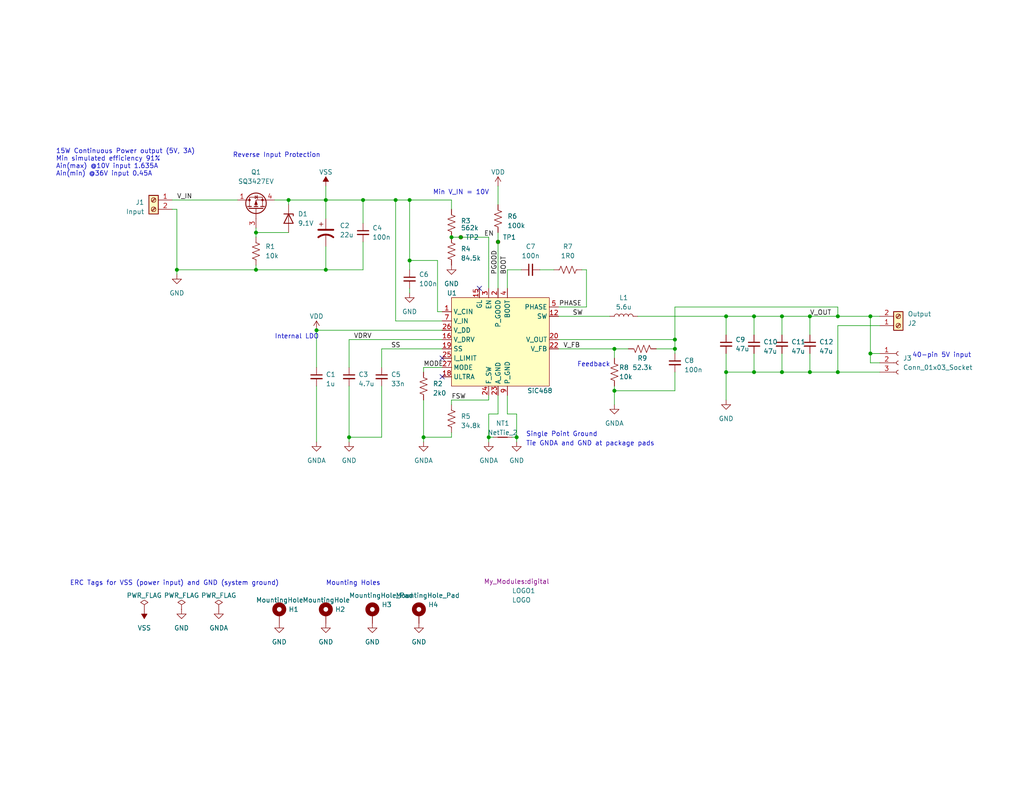
<source format=kicad_sch>
(kicad_sch (version 20230121) (generator eeschema)
  (paper "USLetter")
  (title_block (title "SiC468 Schematic") (date "2023-04-20") (rev "1") (company "DigitalREP"))
  (lib_symbols
    (symbol "Connector:Conn_01x03_Socket" (pin_names (offset 1.016) hide)
      (property "Reference" "J" (at 0 5.08 0))
      (property "Value" "Conn_01x03_Socket" (at 0 -5.08 0))
      (symbol "Conn_01x03_Socket_1_1"
        (arc (start 0 -2.032) (mid -0.5058 -2.54) (end 0 -3.048) (stroke (width 0.1524)))
        (polyline (pts (xy -1.27 -2.54) (xy -0.508 -2.54)) (stroke (width 0.1524)))
        (polyline (pts (xy -1.27 0) (xy -0.508 0)) (stroke (width 0.1524)))
        (polyline (pts (xy -1.27 2.54) (xy -0.508 2.54)) (stroke (width 0.1524)))
        (arc (start 0 0.508) (mid -0.5058 0) (end 0 -0.508) (stroke (width 0.1524)))
        (arc (start 0 3.048) (mid -0.5058 2.54) (end 0 2.032) (stroke (width 0.1524)))
        (pin passive line (at -5.08 2.54 0) (length 3.81) (name "Pin_1") (number "1"))
        (pin passive line (at -5.08 0 0) (length 3.81) (name "Pin_2") (number "2"))
        (pin passive line (at -5.08 -2.54 0) (length 3.81) (name "Pin_3") (number "3"))
      )
    )
    (symbol "Connector:Screw_Terminal_01x02" (pin_names (offset 1.016) hide)
      (property "Reference" "J" (at 0 2.54 0))
      (property "Value" "Screw_Terminal_01x02" (at 0 -5.08 0))
      (symbol "Screw_Terminal_01x02_1_1"
        (rectangle (start -1.27 1.27) (end 1.27 -3.81) (stroke (width 0.254)) (fill (type background)))
        (circle (center 0 -2.54) (radius 0.635) (stroke (width 0.1524)))
        (polyline (pts (xy -0.5334 -2.2098) (xy 0.3302 -3.048)) (stroke (width 0.1524)))
        (polyline (pts (xy -0.5334 0.3302) (xy 0.3302 -0.508)) (stroke (width 0.1524)))
        (polyline (pts (xy -0.3556 -2.032) (xy 0.508 -2.8702)) (stroke (width 0.1524)))
        (polyline (pts (xy -0.3556 0.508) (xy 0.508 -0.3302)) (stroke (width 0.1524)))
        (circle (center 0 0) (radius 0.635) (stroke (width 0.1524)))
        (pin passive line (at -5.08 0 0) (length 3.81) (name "Pin_1") (number "1"))
        (pin passive line (at -5.08 -2.54 0) (length 3.81) (name "Pin_2") (number "2"))
      )
    )
    (symbol "Connector:TestPoint_Small" (pin_numbers hide) (pin_names (offset 0.762) hide)
      (property "Reference" "TP" (at 0 3.81 0))
      (property "Value" "TestPoint_Small" (at 0 2.032 0))
      (symbol "TestPoint_Small_0_1"
        (circle (center 0 0) (radius 0.508))
      )
      (symbol "TestPoint_Small_1_1"
        (pin passive line (at 0 0 90) (length 0) (name "1") (number "1"))
      )
    )
    (symbol "Device:C_Polarized_US" (pin_numbers hide) (pin_names (offset 0.254) hide)
      (property "Reference" "C" (at 0.635 2.54 0))
      (property "Value" "C_Polarized_US" (at 0.635 -2.54 0))
      (symbol "C_Polarized_US_0_1"
        (polyline (pts (xy -2.032 0.762) (xy 2.032 0.762)) (stroke (width 0.508)))
        (polyline (pts (xy -1.778 2.286) (xy -0.762 2.286)))
        (polyline (pts (xy -1.27 1.778) (xy -1.27 2.794)))
        (arc (start 2.032 -1.27) (mid 0 -0.5572) (end -2.032 -1.27) (stroke (width 0.508)))
      )
      (symbol "C_Polarized_US_1_1"
        (pin passive line (at 0 3.81 270) (length 2.794) (name "~") (number "1"))
        (pin passive line (at 0 -3.81 90) (length 3.302) (name "~") (number "2"))
      )
    )
    (symbol "Device:C_Small" (pin_numbers hide) (pin_names (offset 0.254) hide)
      (property "Reference" "C" (at 0.254 1.778 0))
      (property "Value" "C_Small" (at 0.254 -2.032 0))
      (symbol "C_Small_0_1"
        (polyline (pts (xy -1.524 -0.508) (xy 1.524 -0.508)) (stroke (width 0.3302)))
        (polyline (pts (xy -1.524 0.508) (xy 1.524 0.508)) (stroke (width 0.3048)))
      )
      (symbol "C_Small_1_1"
        (pin passive line (at 0 2.54 270) (length 2.032) (name "~") (number "1"))
        (pin passive line (at 0 -2.54 90) (length 2.032) (name "~") (number "2"))
      )
    )
    (symbol "Device:D_Zener" (pin_numbers hide) (pin_names (offset 1.016) hide)
      (property "Reference" "D" (at 0 2.54 0))
      (property "Value" "D_Zener" (at 0 -2.54 0))
      (symbol "D_Zener_0_1"
        (polyline (pts (xy 1.27 0) (xy -1.27 0)))
        (polyline (pts (xy -1.27 -1.27) (xy -1.27 1.27) (xy -0.762 1.27)) (stroke (width 0.254)))
        (polyline (pts (xy 1.27 -1.27) (xy 1.27 1.27) (xy -1.27 0) (xy 1.27 -1.27)) (stroke (width 0.254)))
      )
      (symbol "D_Zener_1_1"
        (pin passive line (at -3.81 0 0) (length 2.54) (name "K") (number "1"))
        (pin passive line (at 3.81 0 180) (length 2.54) (name "A") (number "2"))
      )
    )
    (symbol "Device:L" (pin_numbers hide) (pin_names (offset 1.016) hide)
      (property "Reference" "L" (at -1.27 0 90))
      (property "Value" "L" (at 1.905 0 90))
      (symbol "L_0_1"
        (arc (start 0 -2.54) (mid 0.6323 -1.905) (end 0 -1.27))
        (arc (start 0 -1.27) (mid 0.6323 -0.635) (end 0 0))
        (arc (start 0 0) (mid 0.6323 0.635) (end 0 1.27))
        (arc (start 0 1.27) (mid 0.6323 1.905) (end 0 2.54))
      )
      (symbol "L_1_1"
        (pin passive line (at 0 3.81 270) (length 1.27) (name "1") (number "1"))
        (pin passive line (at 0 -3.81 90) (length 1.27) (name "2") (number "2"))
      )
    )
    (symbol "Device:NetTie_2" (pin_numbers hide) (pin_names (offset 0) hide) (in_bom no)
      (property "Reference" "NT" (at 0 1.27 0))
      (property "Value" "NetTie_2" (at 0 -1.27 0))
      (symbol "NetTie_2_0_1"
        (polyline (pts (xy -1.27 0) (xy 1.27 0)) (stroke (width 0.254)))
      )
      (symbol "NetTie_2_1_1"
        (pin passive line (at -2.54 0 0) (length 2.54) (name "1") (number "1"))
        (pin passive line (at 2.54 0 180) (length 2.54) (name "2") (number "2"))
      )
    )
    (symbol "Device:R_US" (pin_numbers hide) (pin_names (offset 0))
      (property "Reference" "R" (at 2.54 0 90))
      (property "Value" "R_US" (at -2.54 0 90))
      (symbol "R_US_0_1"
        (polyline (pts (xy 0 -2.286) (xy 0 -2.54)))
        (polyline (pts (xy 0 2.286) (xy 0 2.54)))
        (polyline (pts (xy 0 -0.762) (xy 1.016 -1.143) (xy 0 -1.524) (xy -1.016 -1.905) (xy 0 -2.286)))
        (polyline (pts (xy 0 0.762) (xy 1.016 0.381) (xy 0 0) (xy -1.016 -0.381) (xy 0 -0.762)))
        (polyline (pts (xy 0 2.286) (xy 1.016 1.905) (xy 0 1.524) (xy -1.016 1.143) (xy 0 0.762)))
      )
      (symbol "R_US_1_1"
        (pin passive line (at 0 3.81 270) (length 1.27) (name "~") (number "1"))
        (pin passive line (at 0 -3.81 90) (length 1.27) (name "~") (number "2"))
      )
    )
    (symbol "Mechanical:MountingHole_Pad" (pin_numbers hide) (pin_names (offset 1.016) hide)
      (property "Reference" "H" (at 0 6.35 0))
      (property "Value" "MountingHole_Pad" (at 0 4.445 0))
      (symbol "MountingHole_Pad_0_1"
        (circle (center 0 1.27) (radius 1.27) (stroke (width 1.27)))
      )
      (symbol "MountingHole_Pad_1_1"
        (pin input line (at 0 -2.54 90) (length 2.54) (name "1") (number "1"))
      )
    )
    (symbol "My_Symbols:LOGO"
      (property "Reference" "LOGO" (at 0 0 0))
      (property "Value" "LOGO" (at 0 0 0))
    )
    (symbol "SiC468:SiC46x"
      (property "Reference" "U" (at 0 0 0))
      (property "Value" "SiC468" (at 10.16 -13.97 0))
      (symbol "SiC46x_0_0"
        (pin power_in line (at -15.24 7.62 0) (length 2.54) (name "V_CIN") (number "1"))
        (pin output line (at -5.08 13.97 270) (length 2.54) (name "GL") (number "15"))
        (pin open_emitter line (at 0 13.97 270) (length 2.54) (name "P_GOOD") (number "2"))
        (pin input line (at 16.51 -2.54 180) (length 2.54) (name "V_FB") (number "22"))
        (pin input line (at -2.54 -15.24 90) (length 2.54) (name "F_SW") (number "24"))
        (pin input line (at -15.24 -5.08 0) (length 2.54) (name "I_LIMIT") (number "25"))
        (pin input line (at -15.24 -7.62 0) (length 2.54) (name "MODE") (number "27"))
        (pin input line (at -2.54 13.97 270) (length 2.54) (name "EN") (number "3"))
        (pin input line (at 2.54 13.97 270) (length 2.54) (name "BOOT") (number "4"))
      )
      (symbol "SiC46x_1_0"
        (pin passive line (at 2.54 -15.24 90) (length 2.54) hide (name "P_GND") (number "10"))
        (pin passive line (at 2.54 -15.24 90) (length 2.54) hide (name "P_GND") (number "11"))
        (pin output line (at 16.51 6.35 180) (length 2.54) (name "SW") (number "12"))
        (pin output line (at 16.51 6.35 180) (length 2.54) hide (name "SW") (number "13"))
        (pin output line (at 16.51 6.35 180) (length 2.54) hide (name "SW") (number "14"))
        (pin power_out line (at -15.24 0 0) (length 2.54) (name "V_DRV") (number "16"))
        (pin passive line (at 2.54 -15.24 90) (length 2.54) hide (name "P_GND") (number "17"))
        (pin input line (at -15.24 -10.16 0) (length 2.54) (name "ULTRA") (number "18"))
        (pin passive line (at -15.24 -2.54 0) (length 2.54) (name "SS") (number "19"))
        (pin input line (at 16.51 0 180) (length 2.54) (name "V_OUT") (number "20"))
        (pin no_connect line (at 16.51 -10.16 180) (length 2.54) hide (name "NC") (number "21"))
        (pin power_in line (at 0 -15.24 90) (length 2.54) (name "A_GND") (number "23"))
        (pin power_out line (at -15.24 2.54 0) (length 2.54) (name "V_DD") (number "26"))
        (pin passive line (at 0 -15.24 90) (length 2.54) hide (name "A_GND") (number "28"))
        (pin passive line (at -15.24 5.08 0) (length 2.54) hide (name "V_IN") (number "29"))
        (pin passive line (at 2.54 -15.24 90) (length 2.54) hide (name "P_GND") (number "30"))
        (pin input line (at 16.51 8.89 180) (length 2.54) (name "PHASE") (number "5"))
        (pin input line (at 16.51 8.89 180) (length 2.54) hide (name "PHASE") (number "6"))
        (pin power_in line (at -15.24 5.08 0) (length 2.54) (name "V_IN") (number "7"))
        (pin passive line (at -15.24 5.08 0) (length 2.54) hide (name "V_IN") (number "8"))
        (pin power_in line (at 2.54 -15.24 90) (length 2.54) (name "P_GND") (number "9"))
      )
      (symbol "SiC46x_1_1"
        (rectangle (start -12.7 11.43) (end 13.97 -12.7) (fill (type background)))
      )
    )
    (symbol "Transistor_FET:IRFTS9342PBF" (pin_names hide)
      (property "Reference" "Q" (at 5.08 1.905 0))
      (property "Value" "IRFTS9342PBF" (at 5.08 0 0))
      (symbol "IRFTS9342PBF_0_1"
        (polyline (pts (xy 0.254 0) (xy -2.54 0)))
        (polyline (pts (xy 0.254 1.905) (xy 0.254 -1.905)) (stroke (width 0.254)))
        (polyline (pts (xy 0.762 -1.27) (xy 0.762 -2.286)) (stroke (width 0.254)))
        (polyline (pts (xy 0.762 0.508) (xy 0.762 -0.508)) (stroke (width 0.254)))
        (polyline (pts (xy 0.762 2.286) (xy 0.762 1.27)) (stroke (width 0.254)))
        (polyline (pts (xy 2.54 2.54) (xy 2.54 1.778)))
        (polyline (pts (xy 2.54 -2.54) (xy 2.54 0) (xy 0.762 0)))
        (polyline (pts (xy 0.762 1.778) (xy 3.302 1.778) (xy 3.302 -1.778) (xy 0.762 -1.778)))
        (polyline (pts (xy 2.286 0) (xy 1.27 0.381) (xy 1.27 -0.381) (xy 2.286 0)) (fill (type outline)))
        (polyline (pts (xy 2.794 -0.508) (xy 2.921 -0.381) (xy 3.683 -0.381) (xy 3.81 -0.254)))
        (polyline (pts (xy 3.302 -0.381) (xy 2.921 0.254) (xy 3.683 0.254) (xy 3.302 -0.381)))
        (circle (center 1.651 0) (radius 2.794) (stroke (width 0.254)))
        (circle (center 2.54 -1.778) (radius 0.254) (fill (type outline)))
        (circle (center 2.54 1.778) (radius 0.254) (fill (type outline)))
      )
      (symbol "IRFTS9342PBF_1_1"
        (pin passive line (at 2.54 5.08 270) (length 2.54) (name "D") (number "1"))
        (pin passive line (at 2.54 5.08 270) (length 2.54) hide (name "D") (number "2"))
        (pin input line (at -5.08 0 0) (length 2.54) (name "G") (number "3"))
        (pin passive line (at 2.54 -5.08 90) (length 2.54) (name "S") (number "4"))
        (pin passive line (at 2.54 5.08 270) (length 2.54) hide (name "D") (number "5"))
        (pin passive line (at 2.54 5.08 270) (length 2.54) hide (name "D") (number "6"))
      )
    )
    (symbol "power:GND" (power) (pin_names (offset 0))
      (property "Value" "GND" (at 0 -3.81 0))
      (symbol "GND_0_1"
        (polyline (pts (xy 0 0) (xy 0 -1.27) (xy 1.27 -1.27) (xy 0 -2.54) (xy -1.27 -1.27) (xy 0 -1.27)))
      )
      (symbol "GND_1_1"
        (pin power_in line (at 0 0 270) (length 0) hide (name "GND") (number "1"))
      )
    )
    (symbol "power:GNDA" (power) (pin_names (offset 0))
      (property "Value" "GNDA" (at 0 -3.81 0))
      (symbol "GNDA_0_1"
        (polyline (pts (xy 0 0) (xy 0 -1.27) (xy 1.27 -1.27) (xy 0 -2.54) (xy -1.27 -1.27) (xy 0 -1.27)))
      )
      (symbol "GNDA_1_1"
        (pin power_in line (at 0 0 270) (length 0) hide (name "GNDA") (number "1"))
      )
    )
    (symbol "power:PWR_FLAG" (power) (pin_numbers hide) (pin_names (offset 0) hide)
      (property "Value" "PWR_FLAG" (at 0 3.81 0))
      (symbol "PWR_FLAG_0_0"
        (pin power_out line (at 0 0 90) (length 0) (name "pwr") (number "1"))
      )
      (symbol "PWR_FLAG_0_1"
        (polyline (pts (xy 0 0) (xy 0 1.27) (xy -1.016 1.905) (xy 0 2.54) (xy 1.016 1.905) (xy 0 1.27)))
      )
    )
    (symbol "power:VDD" (power) (pin_names (offset 0))
      (property "Value" "VDD" (at 0 3.81 0))
      (symbol "VDD_0_1"
        (polyline (pts (xy -0.762 1.27) (xy 0 2.54)))
        (polyline (pts (xy 0 0) (xy 0 2.54)))
        (polyline (pts (xy 0 2.54) (xy 0.762 1.27)))
      )
      (symbol "VDD_1_1"
        (pin power_in line (at 0 0 90) (length 0) hide (name "VDD") (number "1"))
      )
    )
    (symbol "power:VSS" (power) (pin_names (offset 0))
      (property "Value" "VSS" (at 0 3.81 0))
      (symbol "VSS_0_1"
        (polyline (pts (xy 0 0) (xy 0 2.54)))
        (polyline (pts (xy 0.762 1.27) (xy -0.762 1.27) (xy 0 2.54) (xy 0.762 1.27)) (fill (type outline)))
      )
      (symbol "VSS_1_1"
        (pin power_in line (at 0 0 90) (length 0) hide (name "VSS") (number "1"))
      )
    )
  )
  (junction (at 167.64 106.68))
  (junction (at 228.6 86.36))
  (junction (at 88.9 54.61))
  (junction (at 99.06 54.61))
  (junction (at 228.6 101.6))
  (junction (at 198.12 101.6))
  (junction (at 125.73 64.77))
  (junction (at 205.74 101.6))
  (junction (at 133.35 119.38))
  (junction (at 237.49 96.52))
  (junction (at 213.36 101.6))
  (junction (at 237.49 86.36))
  (junction (at 69.85 73.66))
  (junction (at 220.98 86.36))
  (junction (at 69.85 63.5))
  (junction (at 107.95 54.61))
  (junction (at 95.25 119.38))
  (junction (at 140.97 119.38))
  (junction (at 88.9 73.66))
  (junction (at 135.89 66.04))
  (junction (at 184.15 92.71))
  (junction (at 205.74 86.36))
  (junction (at 111.76 71.12))
  (junction (at 220.98 101.6))
  (junction (at 111.76 54.61))
  (junction (at 198.12 86.36))
  (junction (at 123.19 64.77))
  (junction (at 184.15 95.25))
  (junction (at 167.64 95.25))
  (junction (at 115.57 119.38))
  (junction (at 86.36 90.17))
  (junction (at 78.74 54.61))
  (junction (at 213.36 86.36))
  (junction (at 48.26 73.66))
  (no_connect (at 130.81 78.74))
  (no_connect (at 120.65 102.87))
  (no_connect (at 120.65 97.79))
  (wire (pts (xy 138.43 113.03) (xy 140.97 113.03)))
  (wire (pts (xy 99.06 66.04) (xy 99.06 73.66)))
  (wire (pts (xy 138.43 73.66) (xy 138.43 78.74)))
  (wire (pts (xy 213.36 86.36) (xy 213.36 91.44)))
  (wire (pts (xy 205.74 86.36) (xy 205.74 91.44)))
  (wire (pts (xy 184.15 101.6) (xy 184.15 106.68)))
  (wire (pts (xy 220.98 101.6) (xy 228.6 101.6)))
  (wire (pts (xy 133.35 119.38) (xy 134.62 119.38)))
  (wire (pts (xy 119.38 85.09) (xy 119.38 71.12)))
  (wire (pts (xy 69.85 63.5) (xy 78.74 63.5)))
  (wire (pts (xy 69.85 72.39) (xy 69.85 73.66)))
  (wire (pts (xy 139.7 119.38) (xy 140.97 119.38)))
  (wire (pts (xy 237.49 86.36) (xy 240.03 86.36)))
  (wire (pts (xy 133.35 109.22) (xy 123.19 109.22)))
  (wire (pts (xy 240.03 88.9) (xy 228.6 88.9)))
  (wire (pts (xy 86.36 90.17) (xy 120.65 90.17)))
  (wire (pts (xy 160.02 73.66) (xy 158.75 73.66)))
  (wire (pts (xy 167.64 105.41) (xy 167.64 106.68)))
  (wire (pts (xy 78.74 54.61) (xy 88.9 54.61)))
  (wire (pts (xy 107.95 54.61) (xy 107.95 87.63)))
  (wire (pts (xy 69.85 62.23) (xy 69.85 63.5)))
  (wire (pts (xy 198.12 86.36) (xy 205.74 86.36)))
  (wire (pts (xy 240.03 96.52) (xy 237.49 96.52)))
  (wire (pts (xy 48.26 73.66) (xy 48.26 74.93)))
  (wire (pts (xy 111.76 54.61) (xy 123.19 54.61)))
  (wire (pts (xy 213.36 86.36) (xy 220.98 86.36)))
  (wire (pts (xy 120.65 95.25) (xy 104.14 95.25)))
  (wire (pts (xy 115.57 119.38) (xy 115.57 120.65)))
  (wire (pts (xy 167.64 106.68) (xy 167.64 110.49)))
  (wire (pts (xy 115.57 100.33) (xy 115.57 101.6)))
  (wire (pts (xy 74.93 54.61) (xy 78.74 54.61)))
  (wire (pts (xy 213.36 101.6) (xy 220.98 101.6)))
  (wire (pts (xy 99.06 60.96) (xy 99.06 54.61)))
  (wire (pts (xy 160.02 83.82) (xy 160.02 73.66)))
  (wire (pts (xy 88.9 59.69) (xy 88.9 54.61)))
  (wire (pts (xy 133.35 107.95) (xy 133.35 109.22)))
  (wire (pts (xy 111.76 78.74) (xy 111.76 80.01)))
  (wire (pts (xy 133.35 64.77) (xy 133.35 78.74)))
  (wire (pts (xy 228.6 83.82) (xy 228.6 86.36)))
  (wire (pts (xy 184.15 95.25) (xy 184.15 96.52)))
  (wire (pts (xy 104.14 95.25) (xy 104.14 100.33)))
  (wire (pts (xy 152.4 83.82) (xy 160.02 83.82)))
  (wire (pts (xy 88.9 50.8) (xy 88.9 54.61)))
  (wire (pts (xy 88.9 73.66) (xy 99.06 73.66)))
  (wire (pts (xy 99.06 54.61) (xy 107.95 54.61)))
  (wire (pts (xy 120.65 92.71) (xy 95.25 92.71)))
  (wire (pts (xy 48.26 73.66) (xy 69.85 73.66)))
  (wire (pts (xy 135.89 107.95) (xy 135.89 113.03)))
  (wire (pts (xy 184.15 92.71) (xy 184.15 83.82)))
  (wire (pts (xy 88.9 67.31) (xy 88.9 73.66)))
  (wire (pts (xy 237.49 99.06) (xy 237.49 96.52)))
  (wire (pts (xy 228.6 101.6) (xy 240.03 101.6)))
  (wire (pts (xy 123.19 118.11) (xy 123.19 119.38)))
  (wire (pts (xy 152.4 92.71) (xy 184.15 92.71)))
  (wire (pts (xy 111.76 71.12) (xy 111.76 73.66)))
  (wire (pts (xy 228.6 86.36) (xy 237.49 86.36)))
  (wire (pts (xy 140.97 120.65) (xy 140.97 119.38)))
  (wire (pts (xy 135.89 113.03) (xy 133.35 113.03)))
  (wire (pts (xy 48.26 57.15) (xy 48.26 73.66)))
  (wire (pts (xy 138.43 113.03) (xy 138.43 107.95)))
  (wire (pts (xy 135.89 63.5) (xy 135.89 66.04)))
  (wire (pts (xy 123.19 57.15) (xy 123.19 54.61)))
  (wire (pts (xy 184.15 92.71) (xy 184.15 95.25)))
  (wire (pts (xy 147.32 73.66) (xy 151.13 73.66)))
  (wire (pts (xy 205.74 86.36) (xy 213.36 86.36)))
  (wire (pts (xy 111.76 54.61) (xy 111.76 71.12)))
  (wire (pts (xy 69.85 73.66) (xy 88.9 73.66)))
  (wire (pts (xy 46.99 57.15) (xy 48.26 57.15)))
  (wire (pts (xy 95.25 92.71) (xy 95.25 100.33)))
  (wire (pts (xy 133.35 119.38) (xy 133.35 120.65)))
  (wire (pts (xy 237.49 86.36) (xy 237.49 96.52)))
  (wire (pts (xy 95.25 105.41) (xy 95.25 119.38)))
  (wire (pts (xy 135.89 66.04) (xy 135.89 78.74)))
  (wire (pts (xy 167.64 95.25) (xy 171.45 95.25)))
  (wire (pts (xy 107.95 54.61) (xy 111.76 54.61)))
  (wire (pts (xy 198.12 86.36) (xy 198.12 91.44)))
  (wire (pts (xy 167.64 95.25) (xy 167.64 97.79)))
  (wire (pts (xy 123.19 109.22) (xy 123.19 110.49)))
  (wire (pts (xy 88.9 54.61) (xy 99.06 54.61)))
  (wire (pts (xy 220.98 86.36) (xy 228.6 86.36)))
  (wire (pts (xy 46.99 54.61) (xy 64.77 54.61)))
  (wire (pts (xy 125.73 64.77) (xy 123.19 64.77)))
  (wire (pts (xy 179.07 95.25) (xy 184.15 95.25)))
  (wire (pts (xy 86.36 105.41) (xy 86.36 120.65)))
  (wire (pts (xy 95.25 119.38) (xy 104.14 119.38)))
  (wire (pts (xy 152.4 86.36) (xy 166.37 86.36)))
  (wire (pts (xy 167.64 106.68) (xy 184.15 106.68)))
  (wire (pts (xy 220.98 96.52) (xy 220.98 101.6)))
  (wire (pts (xy 78.74 54.61) (xy 78.74 55.88)))
  (wire (pts (xy 184.15 83.82) (xy 228.6 83.82)))
  (wire (pts (xy 142.24 73.66) (xy 138.43 73.66)))
  (wire (pts (xy 115.57 119.38) (xy 115.57 109.22)))
  (wire (pts (xy 133.35 113.03) (xy 133.35 119.38)))
  (wire (pts (xy 213.36 96.52) (xy 213.36 101.6)))
  (wire (pts (xy 205.74 96.52) (xy 205.74 101.6)))
  (wire (pts (xy 135.89 50.8) (xy 135.89 55.88)))
  (wire (pts (xy 120.65 87.63) (xy 107.95 87.63)))
  (wire (pts (xy 86.36 90.17) (xy 86.36 100.33)))
  (wire (pts (xy 220.98 86.36) (xy 220.98 91.44)))
  (wire (pts (xy 120.65 100.33) (xy 115.57 100.33)))
  (wire (pts (xy 111.76 71.12) (xy 119.38 71.12)))
  (wire (pts (xy 152.4 95.25) (xy 167.64 95.25)))
  (wire (pts (xy 125.73 64.77) (xy 133.35 64.77)))
  (wire (pts (xy 95.25 119.38) (xy 95.25 120.65)))
  (wire (pts (xy 69.85 63.5) (xy 69.85 64.77)))
  (wire (pts (xy 228.6 88.9) (xy 228.6 101.6)))
  (wire (pts (xy 205.74 101.6) (xy 213.36 101.6)))
  (wire (pts (xy 104.14 105.41) (xy 104.14 119.38)))
  (wire (pts (xy 198.12 101.6) (xy 205.74 101.6)))
  (wire (pts (xy 173.99 86.36) (xy 198.12 86.36)))
  (wire (pts (xy 120.65 85.09) (xy 119.38 85.09)))
  (wire (pts (xy 140.97 113.03) (xy 140.97 119.38)))
  (wire (pts (xy 198.12 96.52) (xy 198.12 101.6)))
  (wire (pts (xy 240.03 99.06) (xy 237.49 99.06)))
  (wire (pts (xy 115.57 119.38) (xy 123.19 119.38)))
  (wire (pts (xy 198.12 101.6) (xy 198.12 109.22)))
  (text "Internal LDO" (at 74.93 92.71 0) (effects (font (size 1.27 1.27)) (justify left bottom)))
  (text "ERC Tags for VSS (power input) and GND (system ground)" (at 19.05 160.02 0) (effects (font (size 1.27 1.27)) (justify left bottom)))
  (text "Reverse Input Protection" (at 63.5 43.18 0) (effects (font (size 1.27 1.27)) (justify left bottom)))
  (text "Feedback" (at 157.48 100.33 0) (effects (font (size 1.27 1.27)) (justify left bottom)))
  (text "Single Point Ground" (at 143.51 119.38 0) (effects (font (size 1.27 1.27)) (justify left bottom)))
  (text "Tie GNDA and GND at package pads" (at 143.51 121.92 0) (effects (font (size 1.27 1.27)) (justify left bottom)))
  (text "15W Continuous Power output (5V, 3A)\nMin simulated efficiency 91%\nAin(max) @10V input 1.635A\nAin(min) @36V input 0.45A" (at 15.24 48.26 0) (effects (font (size 1.27 1.27)) (justify left bottom)))
  (text "Min V_IN = 10V" (at 118.11 53.34 0) (effects (font (size 1.27 1.27)) (justify left bottom)))
  (text "Mounting Holes" (at 88.9 160.02 0) (effects (font (size 1.27 1.27)) (justify left bottom)))
  (text "40-pin 5V input" (at 248.92 97.79 0) (effects (font (size 1.27 1.27)) (justify left bottom)))
  (label "SW" (at 156.21 86.36 0))
  (label "EN" (at 132.08 64.77 0))
  (label "MODE" (at 115.57 100.33 0))
  (label "V_OUT" (at 220.98 86.36 0))
  (label "PGOOD" (at 135.89 74.93 90))
  (label "SS" (at 106.68 95.25 0))
  (label "FSW" (at 123.19 109.22 0))
  (label "V_IN" (at 48.26 54.61 0))
  (label "BOOT" (at 138.43 74.93 90))
  (label "VDRV" (at 96.52 92.71 0))
  (label "PHASE" (at 158.75 83.82 180))
  (label "V_FB" (at 153.67 95.25 0))
  (symbol (lib_id "power:GND") (at 49.53 166.37 0) (unit 1)
    (property "Reference" "#PWR02" (effects hide))
    (property "Value" "GND" (at 49.53 171.45 0))
  )
  (symbol (lib_id "power:GND") (at 123.19 72.39 0) (unit 1)
    (property "Reference" "#PWR011" (effects hide))
    (property "Value" "GND" (at 123.19 77.47 0))
  )
  (symbol (lib_id "power:GNDA") (at 167.64 110.49 0) (unit 1)
    (property "Reference" "#PWR015" (effects hide))
    (property "Value" "GNDA" (at 167.64 115.57 0))
  )
  (symbol (lib_id "Transistor_FET:IRFTS9342PBF") (at 69.85 57.15 90) (unit 1)
    (property "Reference" "Q1" (at 69.85 46.99 90))
    (property "Value" "SQ3427EV" (at 69.85 49.53 90))
    (property "Footprint" "Package_SO:TSOP-6_1.65x3.05mm_P0.95mm" (effects hide))
    (property "Datasheet" "https://www.mouser.com/datasheet/2/427/sq3427ev-1764948.pdf" (effects hide))
    (property "MPN" "SQ3427EV-T1_GE3" (effects hide))
  )
  (symbol (lib_id "Device:R_US") (at 175.26 95.25 90) (mirror x) (unit 1)
    (property "Reference" "R9" (at 175.26 97.79 90))
    (property "Value" "52.3k" (at 175.26 100.33 90))
    (property "Footprint" "Resistor_SMD:R_0402_1005Metric" (effects hide))
  )
  (symbol (lib_id "power:GNDA") (at 133.35 120.65 0) (unit 1)
    (property "Reference" "#PWR012" (effects hide))
    (property "Value" "GNDA" (at 133.35 125.73 0))
  )
  (symbol (lib_id "Mechanical:MountingHole_Pad") (at 76.2 167.64 0) (unit 1)
    (property "Reference" "H1" (at 78.74 166.3699 0) (effects (justify left)))
    (property "Value" "MountingHole" (at 69.85 163.83 0) (effects (justify left)))
    (property "Footprint" "MountingHole:MountingHole_2.7mm_M2.5_DIN965_Pad_TopBottom" (effects hide))
  )
  (symbol (lib_id "Device:R_US") (at 69.85 68.58 180) (unit 1)
    (property "Reference" "R1" (at 72.39 67.3099 0) (effects (justify right)))
    (property "Value" "10k" (at 72.39 69.8499 0) (effects (justify right)))
    (property "Footprint" "Resistor_SMD:R_0603_1608Metric" (effects hide))
  )
  (symbol (lib_id "power:GND") (at 140.97 120.65 0) (unit 1)
    (property "Reference" "#PWR014" (effects hide))
    (property "Value" "GND" (at 140.97 125.73 0))
  )
  (symbol (lib_id "Connector:TestPoint_Small") (at 135.89 66.04 0) (unit 1)
    (property "Reference" "TP1" (at 137.16 64.77 0) (effects (justify left)))
    (property "Value" "TestPoint_Small" (effects hide))
    (property "Footprint" "TestPoint:TestPoint_THTPad_D1.5mm_Drill0.7mm" (effects hide))
  )
  (symbol (lib_id "My_Symbols:LOGO") (at 138.43 162.56 0) (unit 1)
    (property "Reference" "LOGO1" (at 139.7 161.2899 0) (effects (justify left)))
    (property "Value" "LOGO" (at 139.7 163.8299 0) (effects (justify left)))
    (property "Footprint" "My_Modules:digital" (at 140.97 158.75 0))
  )
  (symbol (lib_id "Device:C_Small") (at 99.06 63.5 0) (unit 1)
    (property "Reference" "C4" (at 101.6 62.2362 0) (effects (justify left)))
    (property "Value" "100n" (at 101.6 64.7762 0) (effects (justify left)))
    (property "Footprint" "Capacitor_SMD:C_0805_2012Metric" (effects hide))
  )
  (symbol (lib_id "power:VSS") (at 39.37 166.37 180) (unit 1)
    (property "Reference" "#PWR01" (effects hide))
    (property "Value" "VSS" (at 39.37 171.45 0))
  )
  (symbol (lib_id "Connector:Screw_Terminal_01x02") (at 245.11 88.9 0) (mirror x) (unit 1)
    (property "Reference" "J2" (at 247.65 88.265 0) (effects (justify left)))
    (property "Value" "Output" (at 247.65 85.725 0) (effects (justify left)))
    (property "Footprint" "TerminalBlock_Phoenix:TerminalBlock_Phoenix_MPT-0,5-2-2.54_1x02_P2.54mm_Horizontal" (effects hide))
  )
  (symbol (lib_id "Device:C_Small") (at 86.36 102.87 0) (unit 1)
    (property "Reference" "C1" (at 88.9 102.2413 0) (effects (justify left)))
    (property "Value" "1u" (at 88.9 104.7813 0) (effects (justify left)))
    (property "Footprint" "Capacitor_SMD:C_0603_1608Metric" (effects hide))
  )
  (symbol (lib_id "power:GND") (at 88.9 170.18 0) (unit 1)
    (property "Reference" "#PWR020" (effects hide))
    (property "Value" "GND" (at 88.9 175.26 0))
  )
  (symbol (lib_id "Device:C_Small") (at 198.12 93.98 0) (unit 1)
    (property "Reference" "C9" (at 200.66 92.7162 0) (effects (justify left)))
    (property "Value" "47u" (at 200.66 95.2562 0) (effects (justify left)))
    (property "Footprint" "Capacitor_SMD:C_1210_3225Metric" (effects hide))
  )
  (symbol (lib_id "power:PWR_FLAG") (at 39.37 166.37 0) (unit 1)
    (property "Reference" "#FLG01" (effects hide))
    (property "Value" "PWR_FLAG" (at 39.37 162.56 0))
  )
  (symbol (lib_id "Device:R_US") (at 154.94 73.66 90) (unit 1)
    (property "Reference" "R7" (at 154.94 67.31 90))
    (property "Value" "1R0" (at 154.94 69.85 90))
    (property "Footprint" "Resistor_SMD:R_0402_1005Metric" (effects hide))
  )
  (symbol (lib_id "Mechanical:MountingHole_Pad") (at 88.9 167.64 0) (unit 1)
    (property "Reference" "H2" (at 91.44 166.3699 0) (effects (justify left)))
    (property "Value" "MountingHole" (at 82.55 163.83 0) (effects (justify left)))
    (property "Footprint" "MountingHole:MountingHole_2.7mm_M2.5_DIN965_Pad_TopBottom" (effects hide))
  )
  (symbol (lib_id "SiC468:SiC46x") (at 135.89 92.71 0) (unit 1)
    (property "Reference" "U1" (at 121.92 80.01 0) (effects (justify left)))
    (property "Value" "SiC468" (at 147.32 106.68 0))
    (property "Footprint" "Package_DFN_QFN:MLP55-27L" (effects hide))
    (property "Datasheet" "https://www.vishay.com/docs/76044/sic46x.pdf" (effects hide))
    (property "MPN" "SIC468ED-T1-GE3" (effects hide))
  )
  (symbol (lib_id "power:GND") (at 111.76 80.01 0) (unit 1)
    (property "Reference" "#PWR010" (effects hide))
    (property "Value" "GND" (at 111.76 85.09 0))
  )
  (symbol (lib_id "Device:C_Small") (at 144.78 73.66 90) (unit 1)
    (property "Reference" "C7" (at 144.7863 67.31 90))
    (property "Value" "100n" (at 144.7863 69.85 90))
    (property "Footprint" "Capacitor_SMD:C_0402_1005Metric" (effects hide))
  )
  (symbol (lib_id "Mechanical:MountingHole_Pad") (at 101.6 167.64 0) (unit 1)
    (property "Reference" "H3" (at 104.14 165.0999 0) (effects (justify left)))
    (property "Value" "MountingHole_Pad" (at 95.25 162.56 0) (effects (justify left)))
    (property "Footprint" "MountingHole:MountingHole_2.7mm_M2.5_DIN965_Pad_TopBottom" (effects hide))
  )
  (symbol (lib_id "power:GND") (at 198.12 109.22 0) (unit 1)
    (property "Reference" "#PWR016" (effects hide))
    (property "Value" "GND" (at 198.12 114.3 0))
  )
  (symbol (lib_id "power:PWR_FLAG") (at 59.69 166.37 0) (unit 1)
    (property "Reference" "#FLG03" (effects hide))
    (property "Value" "PWR_FLAG" (at 59.69 162.56 0))
  )
  (symbol (lib_id "Device:D_Zener") (at 78.74 59.69 270) (unit 1)
    (property "Reference" "D1" (at 81.28 58.4199 90) (effects (justify left)))
    (property "Value" "9.1V" (at 81.28 60.9599 90) (effects (justify left)))
    (property "Footprint" "Diode_SMD:D_SMF" (effects hide))
    (property "Datasheet" "https://www.vishay.com/docs/86135/bzg05c-m-series.pdf" (effects hide))
    (property "MPN" "BZG05C9V1-M3-08" (effects hide))
  )
  (symbol (lib_id "Device:NetTie_2") (at 137.16 119.38 0) (unit 1) (in_bom no)
    (property "Reference" "NT1" (at 137.16 115.57 0))
    (property "Value" "NetTie_2" (at 137.16 118.11 0))
    (property "Footprint" "NetTie:NetTie-2_SMD_Pad0.5mm" (effects hide))
  )
  (symbol (lib_id "power:GNDA") (at 86.36 120.65 0) (unit 1)
    (property "Reference" "#PWR06" (effects hide))
    (property "Value" "GNDA" (at 86.36 125.73 0))
  )
  (symbol (lib_id "Device:R_US") (at 123.19 68.58 180) (unit 1)
    (property "Reference" "R4" (at 125.73 67.945 0) (effects (justify right)))
    (property "Value" "84.5k" (at 125.73 70.485 0) (effects (justify right)))
    (property "Footprint" "Resistor_SMD:R_0603_1608Metric" (effects hide))
  )
  (symbol (lib_id "Device:L") (at 170.18 86.36 90) (unit 1)
    (property "Reference" "L1" (at 170.18 81.28 90))
    (property "Value" "5.6u" (at 170.18 83.82 90))
    (property "Footprint" "My_Modules:IND_IHLP-4040DZ_VIS" (effects hide))
    (property "Datasheet" "https://www.vishay.com/docs/34193/ihlp-4040dz-01.pdf" (effects hide))
    (property "MPN" "IHLP4040DZER5R6M01" (effects hide))
  )
  (symbol (lib_id "Device:R_US") (at 123.19 60.96 180) (unit 1)
    (property "Reference" "R3" (at 125.73 60.325 0) (effects (justify right)))
    (property "Value" "562k" (at 125.73 62.23 0) (effects (justify right)))
    (property "Footprint" "Resistor_SMD:R_0603_1608Metric" (effects hide))
  )
  (symbol (lib_id "power:GND") (at 76.2 170.18 0) (unit 1)
    (property "Reference" "#PWR019" (effects hide))
    (property "Value" "GND" (at 76.2 175.26 0))
  )
  (symbol (lib_id "power:VSS") (at 88.9 50.8 0) (unit 1)
    (property "Reference" "#PWR08" (effects hide))
    (property "Value" "VSS" (at 88.9 46.99 0))
  )
  (symbol (lib_id "power:GNDA") (at 115.57 120.65 0) (unit 1)
    (property "Reference" "#PWR018" (effects hide))
    (property "Value" "GNDA" (at 115.57 125.73 0))
  )
  (symbol (lib_id "Mechanical:MountingHole_Pad") (at 114.3 167.64 0) (unit 1)
    (property "Reference" "H4" (at 116.84 165.0999 0) (effects (justify left)))
    (property "Value" "MountingHole_Pad" (at 107.95 162.56 0) (effects (justify left)))
    (property "Footprint" "MountingHole:MountingHole_2.7mm_M2.5_DIN965_Pad_TopBottom" (effects hide))
  )
  (symbol (lib_id "Device:C_Small") (at 205.74 93.98 0) (unit 1)
    (property "Reference" "C10" (at 208.28 93.3513 0) (effects (justify left)))
    (property "Value" "47u" (at 208.28 95.8913 0) (effects (justify left)))
    (property "Footprint" "Capacitor_SMD:C_1210_3225Metric" (effects hide))
  )
  (symbol (lib_id "power:VDD") (at 135.89 50.8 0) (unit 1)
    (property "Reference" "#PWR013" (effects hide))
    (property "Value" "VDD" (at 135.89 46.99 0))
  )
  (symbol (lib_id "Device:C_Polarized_US") (at 88.9 63.5 0) (unit 1)
    (property "Reference" "C2" (at 92.71 61.5949 0) (effects (justify left)))
    (property "Value" "22u" (at 92.71 64.1349 0) (effects (justify left)))
    (property "Footprint" "Capacitor_SMD:CP_Elec_6.3x5.8" (effects hide))
  )
  (symbol (lib_id "Device:R_US") (at 135.89 59.69 180) (unit 1)
    (property "Reference" "R6" (at 138.43 59.055 0) (effects (justify right)))
    (property "Value" "100k" (at 138.43 61.595 0) (effects (justify right)))
    (property "Footprint" "Resistor_SMD:R_0603_1608Metric" (effects hide))
  )
  (symbol (lib_id "Device:R_US") (at 115.57 105.41 180) (unit 1)
    (property "Reference" "R2" (at 118.11 104.775 0) (effects (justify right)))
    (property "Value" "2k0" (at 118.11 107.315 0) (effects (justify right)))
    (property "Footprint" "Resistor_SMD:R_0603_1608Metric" (effects hide))
  )
  (symbol (lib_id "power:PWR_FLAG") (at 49.53 166.37 0) (unit 1)
    (property "Reference" "#FLG02" (effects hide))
    (property "Value" "PWR_FLAG" (at 49.53 162.56 0))
  )
  (symbol (lib_id "Device:R_US") (at 123.19 114.3 180) (unit 1)
    (property "Reference" "R5" (at 125.73 113.665 0) (effects (justify right)))
    (property "Value" "34.8k" (at 125.73 116.205 0) (effects (justify right)))
    (property "Footprint" "Resistor_SMD:R_0603_1608Metric" (effects hide))
  )
  (symbol (lib_id "Device:R_US") (at 167.64 101.6 180) (unit 1)
    (property "Reference" "R8" (at 168.91 100.33 0) (effects (justify right)))
    (property "Value" "10k" (at 168.91 102.87 0) (effects (justify right)))
    (property "Footprint" "Resistor_SMD:R_0402_1005Metric" (effects hide))
  )
  (symbol (lib_id "Device:C_Small") (at 220.98 93.98 0) (unit 1)
    (property "Reference" "C12" (at 223.52 93.3513 0) (effects (justify left)))
    (property "Value" "47u" (at 223.52 95.8913 0) (effects (justify left)))
    (property "Footprint" "Capacitor_SMD:C_1210_3225Metric" (effects hide))
  )
  (symbol (lib_id "Device:C_Small") (at 104.14 102.87 0) (unit 1)
    (property "Reference" "C5" (at 106.68 102.2413 0) (effects (justify left)))
    (property "Value" "33n" (at 106.68 104.7813 0) (effects (justify left)))
    (property "Footprint" "Capacitor_SMD:C_0603_1608Metric" (effects hide))
  )
  (symbol (lib_id "power:GNDA") (at 59.69 166.37 0) (unit 1)
    (property "Reference" "#PWR03" (effects hide))
    (property "Value" "GNDA" (at 59.69 171.45 0))
  )
  (symbol (lib_id "Connector:Conn_01x03_Socket") (at 245.11 99.06 0) (unit 1)
    (property "Reference" "J3" (at 246.38 97.7899 0) (effects (justify left)))
    (property "Value" "Conn_01x03_Socket" (at 246.38 100.3299 0) (effects (justify left)))
    (property "Footprint" "Connector_PinSocket_2.54mm:PinSocket_1x03_P2.54mm_Vertical" (effects hide))
  )
  (symbol (lib_id "Connector:Screw_Terminal_01x02") (at 41.91 54.61 0) (mirror y) (unit 1)
    (property "Reference" "J1" (at 39.37 55.245 0) (effects (justify left)))
    (property "Value" "Input" (at 39.37 57.785 0) (effects (justify left)))
    (property "Footprint" "TerminalBlock_Phoenix:TerminalBlock_Phoenix_MPT-0,5-2-2.54_1x02_P2.54mm_Horizontal" (effects hide))
  )
  (symbol (lib_id "Device:C_Small") (at 95.25 102.87 0) (unit 1)
    (property "Reference" "C3" (at 97.79 102.2413 0) (effects (justify left)))
    (property "Value" "4.7u" (at 97.79 104.7813 0) (effects (justify left)))
    (property "Footprint" "Capacitor_SMD:C_0603_1608Metric" (effects hide))
  )
  (symbol (lib_id "power:VDD") (at 86.36 90.17 0) (unit 1)
    (property "Reference" "#PWR05" (effects hide))
    (property "Value" "VDD" (at 86.36 86.36 0))
  )
  (symbol (lib_id "power:GND") (at 48.26 74.93 0) (unit 1)
    (property "Reference" "#PWR04" (effects hide))
    (property "Value" "GND" (at 48.26 80.01 0))
  )
  (symbol (lib_id "Device:C_Small") (at 184.15 99.06 0) (unit 1)
    (property "Reference" "C8" (at 186.69 98.4313 0) (effects (justify left)))
    (property "Value" "100n" (at 186.69 100.9713 0) (effects (justify left)))
    (property "Footprint" "Capacitor_SMD:C_0402_1005Metric" (effects hide))
  )
  (symbol (lib_id "power:GND") (at 95.25 120.65 0) (unit 1)
    (property "Reference" "#PWR017" (effects hide))
    (property "Value" "GND" (at 95.25 125.73 0))
  )
  (symbol (lib_id "power:GND") (at 101.6 170.18 0) (unit 1)
    (property "Reference" "#PWR07" (effects hide))
    (property "Value" "GND" (at 101.6 175.26 0))
  )
  (symbol (lib_id "Connector:TestPoint_Small") (at 125.73 64.77 0) (unit 1)
    (property "Reference" "TP2" (at 127 64.77 0) (effects (justify left)))
    (property "Value" "TestPoint_Small" (effects hide))
    (property "Footprint" "TestPoint:TestPoint_THTPad_D1.5mm_Drill0.7mm" (effects hide))
  )
  (symbol (lib_id "power:GND") (at 114.3 170.18 0) (unit 1)
    (property "Reference" "#PWR09" (effects hide))
    (property "Value" "GND" (at 114.3 175.26 0))
  )
  (symbol (lib_id "Device:C_Small") (at 111.76 76.2 0) (unit 1)
    (property "Reference" "C6" (at 114.3 74.9362 0) (effects (justify left)))
    (property "Value" "100n" (at 114.3 77.4762 0) (effects (justify left)))
    (property "Footprint" "Capacitor_SMD:C_0603_1608Metric" (effects hide))
  )
  (symbol (lib_id "Device:C_Small") (at 213.36 93.98 0) (unit 1)
    (property "Reference" "C11" (at 215.9 93.3513 0) (effects (justify left)))
    (property "Value" "47u" (at 215.9 95.8913 0) (effects (justify left)))
    (property "Footprint" "Capacitor_SMD:C_1210_3225Metric" (effects hide))
  )
)
</source>
